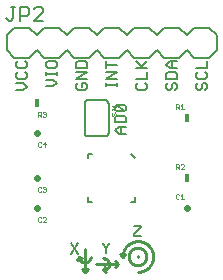
<source format=gbr>
G04 EAGLE Gerber RS-274X export*
G75*
%MOMM*%
%FSLAX34Y34*%
%LPD*%
%INSilkscreen Top*%
%IPPOS*%
%AMOC8*
5,1,8,0,0,1.08239X$1,22.5*%
G01*
%ADD10C,0.254000*%
%ADD11C,0.152400*%
%ADD12C,0.558800*%
%ADD13C,0.025400*%
%ADD14R,0.457200X0.762000*%
%ADD15C,0.203200*%
%ADD16C,0.127000*%


D10*
X94488Y15748D02*
X75438Y15748D01*
X81788Y10668D02*
X81929Y10670D01*
X82070Y10676D01*
X82211Y10686D01*
X82352Y10699D01*
X82492Y10717D01*
X82631Y10739D01*
X82770Y10764D01*
X82909Y10793D01*
X83046Y10826D01*
X83182Y10863D01*
X83317Y10904D01*
X83452Y10948D01*
X83584Y10996D01*
X83716Y11048D01*
X83846Y11103D01*
X83974Y11162D01*
X84101Y11225D01*
X84225Y11291D01*
X84348Y11360D01*
X84469Y11433D01*
X84588Y11509D01*
X84705Y11589D01*
X84819Y11672D01*
X84932Y11757D01*
X85041Y11846D01*
X85149Y11938D01*
X85253Y12033D01*
X85355Y12131D01*
X85454Y12232D01*
X85551Y12335D01*
X85644Y12441D01*
X85734Y12549D01*
X85822Y12660D01*
X85906Y12773D01*
X85987Y12889D01*
X86065Y13007D01*
X86140Y13127D01*
X86211Y13249D01*
X86279Y13373D01*
X86343Y13499D01*
X86404Y13626D01*
X86461Y13755D01*
X86514Y13886D01*
X86564Y14018D01*
X86611Y14151D01*
X86653Y14286D01*
X86692Y14422D01*
X86727Y14559D01*
X86758Y14696D01*
X86785Y14835D01*
X86809Y14974D01*
X86828Y15114D01*
X86844Y15254D01*
X86856Y15395D01*
X86864Y15536D01*
X86868Y15677D01*
X86868Y15819D01*
X86864Y15960D01*
X86856Y16101D01*
X86844Y16242D01*
X86828Y16382D01*
X86809Y16522D01*
X86785Y16661D01*
X86758Y16800D01*
X86727Y16937D01*
X86692Y17074D01*
X86653Y17210D01*
X86611Y17345D01*
X86564Y17478D01*
X86514Y17610D01*
X86461Y17741D01*
X86404Y17870D01*
X86343Y17997D01*
X86279Y18123D01*
X86211Y18247D01*
X86140Y18369D01*
X86065Y18489D01*
X85987Y18607D01*
X85906Y18723D01*
X85822Y18836D01*
X85734Y18947D01*
X85644Y19055D01*
X85551Y19161D01*
X85454Y19264D01*
X85355Y19365D01*
X85253Y19463D01*
X85149Y19558D01*
X85041Y19650D01*
X84932Y19739D01*
X84819Y19824D01*
X84705Y19907D01*
X84588Y19987D01*
X84469Y20063D01*
X84348Y20136D01*
X84225Y20205D01*
X84101Y20271D01*
X83974Y20334D01*
X83846Y20393D01*
X83716Y20448D01*
X83584Y20500D01*
X83452Y20548D01*
X83317Y20592D01*
X83182Y20633D01*
X83046Y20670D01*
X82909Y20703D01*
X82770Y20732D01*
X82631Y20757D01*
X82492Y20779D01*
X82352Y20797D01*
X82211Y20810D01*
X82070Y20820D01*
X81929Y20826D01*
X81788Y20828D01*
X81788Y10668D02*
X84328Y9398D01*
X81788Y10668D02*
X83058Y13208D01*
X91948Y18288D02*
X94488Y15748D01*
X91948Y13208D01*
X66294Y9652D02*
X66294Y28702D01*
X61214Y22352D02*
X61216Y22211D01*
X61222Y22070D01*
X61232Y21929D01*
X61245Y21788D01*
X61263Y21648D01*
X61285Y21509D01*
X61310Y21370D01*
X61339Y21231D01*
X61372Y21094D01*
X61409Y20958D01*
X61450Y20823D01*
X61494Y20688D01*
X61542Y20556D01*
X61594Y20424D01*
X61649Y20294D01*
X61708Y20166D01*
X61771Y20039D01*
X61837Y19915D01*
X61906Y19792D01*
X61979Y19671D01*
X62055Y19552D01*
X62135Y19435D01*
X62218Y19321D01*
X62303Y19208D01*
X62392Y19099D01*
X62484Y18991D01*
X62579Y18887D01*
X62677Y18785D01*
X62778Y18686D01*
X62881Y18589D01*
X62987Y18496D01*
X63095Y18406D01*
X63206Y18318D01*
X63319Y18234D01*
X63435Y18153D01*
X63553Y18075D01*
X63673Y18000D01*
X63795Y17929D01*
X63919Y17861D01*
X64045Y17797D01*
X64172Y17736D01*
X64301Y17679D01*
X64432Y17626D01*
X64564Y17576D01*
X64697Y17529D01*
X64832Y17487D01*
X64968Y17448D01*
X65105Y17413D01*
X65242Y17382D01*
X65381Y17355D01*
X65520Y17331D01*
X65660Y17312D01*
X65800Y17296D01*
X65941Y17284D01*
X66082Y17276D01*
X66223Y17272D01*
X66365Y17272D01*
X66506Y17276D01*
X66647Y17284D01*
X66788Y17296D01*
X66928Y17312D01*
X67068Y17331D01*
X67207Y17355D01*
X67346Y17382D01*
X67483Y17413D01*
X67620Y17448D01*
X67756Y17487D01*
X67891Y17529D01*
X68024Y17576D01*
X68156Y17626D01*
X68287Y17679D01*
X68416Y17736D01*
X68543Y17797D01*
X68669Y17861D01*
X68793Y17929D01*
X68915Y18000D01*
X69035Y18075D01*
X69153Y18153D01*
X69269Y18234D01*
X69382Y18318D01*
X69493Y18406D01*
X69601Y18496D01*
X69707Y18589D01*
X69810Y18686D01*
X69911Y18785D01*
X70009Y18887D01*
X70104Y18991D01*
X70196Y19099D01*
X70285Y19208D01*
X70370Y19321D01*
X70453Y19435D01*
X70533Y19552D01*
X70609Y19671D01*
X70682Y19792D01*
X70751Y19915D01*
X70817Y20039D01*
X70880Y20166D01*
X70939Y20294D01*
X70994Y20424D01*
X71046Y20556D01*
X71094Y20688D01*
X71138Y20823D01*
X71179Y20958D01*
X71216Y21094D01*
X71249Y21231D01*
X71278Y21370D01*
X71303Y21509D01*
X71325Y21648D01*
X71343Y21788D01*
X71356Y21929D01*
X71366Y22070D01*
X71372Y22211D01*
X71374Y22352D01*
X61214Y22352D02*
X59944Y19812D01*
X61214Y22352D02*
X63754Y21082D01*
X68834Y12192D02*
X66294Y9652D01*
X63754Y12192D01*
D11*
X14137Y163196D02*
X8375Y163196D01*
X14137Y163196D02*
X17018Y166078D01*
X14137Y168959D01*
X8375Y168959D01*
X8375Y176873D02*
X9815Y178314D01*
X8375Y176873D02*
X8375Y173992D01*
X9815Y172552D01*
X15577Y172552D01*
X17018Y173992D01*
X17018Y176873D01*
X15577Y178314D01*
X8375Y186229D02*
X9815Y187669D01*
X8375Y186229D02*
X8375Y183347D01*
X9815Y181907D01*
X15577Y181907D01*
X17018Y183347D01*
X17018Y186229D01*
X15577Y187669D01*
X33775Y166315D02*
X39537Y166315D01*
X42418Y169196D01*
X39537Y172077D01*
X33775Y172077D01*
X42418Y175670D02*
X42418Y178551D01*
X42418Y177111D02*
X33775Y177111D01*
X33775Y178551D02*
X33775Y175670D01*
X33775Y183347D02*
X33775Y186228D01*
X33775Y183347D02*
X35215Y181907D01*
X40977Y181907D01*
X42418Y183347D01*
X42418Y186228D01*
X40977Y187669D01*
X35215Y187669D01*
X33775Y186228D01*
X59175Y167518D02*
X60615Y168959D01*
X59175Y167518D02*
X59175Y164637D01*
X60615Y163196D01*
X66377Y163196D01*
X67818Y164637D01*
X67818Y167518D01*
X66377Y168959D01*
X63496Y168959D01*
X63496Y166078D01*
X59175Y172552D02*
X67818Y172552D01*
X67818Y178314D02*
X59175Y172552D01*
X59175Y178314D02*
X67818Y178314D01*
X67818Y181907D02*
X59175Y181907D01*
X67818Y181907D02*
X67818Y186229D01*
X66377Y187669D01*
X60615Y187669D01*
X59175Y186229D01*
X59175Y181907D01*
X93218Y169196D02*
X93218Y166315D01*
X93218Y167755D02*
X84575Y167755D01*
X84575Y166315D02*
X84575Y169196D01*
X84575Y172552D02*
X93218Y172552D01*
X93218Y178314D02*
X84575Y172552D01*
X84575Y178314D02*
X93218Y178314D01*
X93218Y184788D02*
X84575Y184788D01*
X84575Y181907D02*
X84575Y187669D01*
X109975Y167518D02*
X111415Y168959D01*
X109975Y167518D02*
X109975Y164637D01*
X111415Y163196D01*
X117177Y163196D01*
X118618Y164637D01*
X118618Y167518D01*
X117177Y168959D01*
X118618Y172552D02*
X109975Y172552D01*
X118618Y172552D02*
X118618Y178314D01*
X118618Y181907D02*
X109975Y181907D01*
X115737Y181907D02*
X109975Y187669D01*
X114296Y183347D02*
X118618Y187669D01*
X136815Y168959D02*
X135375Y167518D01*
X135375Y164637D01*
X136815Y163196D01*
X138256Y163196D01*
X139696Y164637D01*
X139696Y167518D01*
X141137Y168959D01*
X142577Y168959D01*
X144018Y167518D01*
X144018Y164637D01*
X142577Y163196D01*
X144018Y172552D02*
X135375Y172552D01*
X144018Y172552D02*
X144018Y176873D01*
X142577Y178314D01*
X136815Y178314D01*
X135375Y176873D01*
X135375Y172552D01*
X138256Y181907D02*
X144018Y181907D01*
X138256Y181907D02*
X135375Y184788D01*
X138256Y187669D01*
X144018Y187669D01*
X139696Y187669D02*
X139696Y181907D01*
X160775Y167518D02*
X162215Y168959D01*
X160775Y167518D02*
X160775Y164637D01*
X162215Y163196D01*
X163656Y163196D01*
X165096Y164637D01*
X165096Y167518D01*
X166537Y168959D01*
X167977Y168959D01*
X169418Y167518D01*
X169418Y164637D01*
X167977Y163196D01*
X160775Y176873D02*
X162215Y178314D01*
X160775Y176873D02*
X160775Y173992D01*
X162215Y172552D01*
X167977Y172552D01*
X169418Y173992D01*
X169418Y176873D01*
X167977Y178314D01*
X169418Y181907D02*
X160775Y181907D01*
X169418Y181907D02*
X169418Y187669D01*
X100838Y126492D02*
X95076Y126492D01*
X92195Y129373D01*
X95076Y132254D01*
X100838Y132254D01*
X96516Y132254D02*
X96516Y126492D01*
X92195Y135847D02*
X100838Y135847D01*
X100838Y140169D01*
X99397Y141609D01*
X93635Y141609D01*
X92195Y140169D01*
X92195Y135847D01*
X93635Y145202D02*
X99397Y145202D01*
X93635Y145202D02*
X92195Y146643D01*
X92195Y149524D01*
X93635Y150965D01*
X99397Y150965D01*
X100838Y149524D01*
X100838Y146643D01*
X99397Y145202D01*
X93635Y150965D01*
X81280Y34043D02*
X81280Y32603D01*
X84161Y29722D01*
X87042Y32603D01*
X87042Y34043D01*
X84161Y29722D02*
X84161Y25400D01*
X60118Y24892D02*
X54356Y33535D01*
X60118Y33535D02*
X54356Y24892D01*
X108204Y48521D02*
X113966Y48521D01*
X113966Y47081D01*
X108204Y41319D01*
X108204Y39878D01*
X113966Y39878D01*
D10*
X103593Y22352D02*
X103595Y22534D01*
X103602Y22715D01*
X103613Y22897D01*
X103629Y23078D01*
X103649Y23258D01*
X103673Y23439D01*
X103702Y23618D01*
X103735Y23797D01*
X103773Y23974D01*
X103815Y24151D01*
X103861Y24327D01*
X103912Y24502D01*
X103967Y24675D01*
X104026Y24847D01*
X104089Y25017D01*
X104157Y25186D01*
X104228Y25353D01*
X104304Y25518D01*
X104384Y25681D01*
X104467Y25843D01*
X104555Y26002D01*
X104647Y26159D01*
X104742Y26314D01*
X104841Y26466D01*
X104944Y26616D01*
X105050Y26763D01*
X105160Y26908D01*
X105274Y27050D01*
X105391Y27189D01*
X105511Y27325D01*
X105635Y27458D01*
X105762Y27588D01*
X105892Y27715D01*
X106025Y27839D01*
X106161Y27959D01*
X106300Y28076D01*
X106442Y28190D01*
X106587Y28300D01*
X106734Y28406D01*
X106884Y28509D01*
X107036Y28608D01*
X107191Y28703D01*
X107348Y28795D01*
X107507Y28883D01*
X107669Y28966D01*
X107832Y29046D01*
X107997Y29122D01*
X108164Y29193D01*
X108333Y29261D01*
X108503Y29324D01*
X108675Y29383D01*
X108848Y29438D01*
X109023Y29489D01*
X109199Y29535D01*
X109376Y29577D01*
X109553Y29615D01*
X109732Y29648D01*
X109911Y29677D01*
X110092Y29701D01*
X110272Y29721D01*
X110453Y29737D01*
X110635Y29748D01*
X110816Y29755D01*
X110998Y29757D01*
X111180Y29755D01*
X111361Y29748D01*
X111543Y29737D01*
X111724Y29721D01*
X111904Y29701D01*
X112085Y29677D01*
X112264Y29648D01*
X112443Y29615D01*
X112620Y29577D01*
X112797Y29535D01*
X112973Y29489D01*
X113148Y29438D01*
X113321Y29383D01*
X113493Y29324D01*
X113663Y29261D01*
X113832Y29193D01*
X113999Y29122D01*
X114164Y29046D01*
X114327Y28966D01*
X114489Y28883D01*
X114648Y28795D01*
X114805Y28703D01*
X114960Y28608D01*
X115112Y28509D01*
X115262Y28406D01*
X115409Y28300D01*
X115554Y28190D01*
X115696Y28076D01*
X115835Y27959D01*
X115971Y27839D01*
X116104Y27715D01*
X116234Y27588D01*
X116361Y27458D01*
X116485Y27325D01*
X116605Y27189D01*
X116722Y27050D01*
X116836Y26908D01*
X116946Y26763D01*
X117052Y26616D01*
X117155Y26466D01*
X117254Y26314D01*
X117349Y26159D01*
X117441Y26002D01*
X117529Y25843D01*
X117612Y25681D01*
X117692Y25518D01*
X117768Y25353D01*
X117839Y25186D01*
X117907Y25017D01*
X117970Y24847D01*
X118029Y24675D01*
X118084Y24502D01*
X118135Y24327D01*
X118181Y24151D01*
X118223Y23974D01*
X118261Y23797D01*
X118294Y23618D01*
X118323Y23439D01*
X118347Y23258D01*
X118367Y23078D01*
X118383Y22897D01*
X118394Y22715D01*
X118401Y22534D01*
X118403Y22352D01*
X118401Y22170D01*
X118394Y21989D01*
X118383Y21807D01*
X118367Y21626D01*
X118347Y21446D01*
X118323Y21265D01*
X118294Y21086D01*
X118261Y20907D01*
X118223Y20730D01*
X118181Y20553D01*
X118135Y20377D01*
X118084Y20202D01*
X118029Y20029D01*
X117970Y19857D01*
X117907Y19687D01*
X117839Y19518D01*
X117768Y19351D01*
X117692Y19186D01*
X117612Y19023D01*
X117529Y18861D01*
X117441Y18702D01*
X117349Y18545D01*
X117254Y18390D01*
X117155Y18238D01*
X117052Y18088D01*
X116946Y17941D01*
X116836Y17796D01*
X116722Y17654D01*
X116605Y17515D01*
X116485Y17379D01*
X116361Y17246D01*
X116234Y17116D01*
X116104Y16989D01*
X115971Y16865D01*
X115835Y16745D01*
X115696Y16628D01*
X115554Y16514D01*
X115409Y16404D01*
X115262Y16298D01*
X115112Y16195D01*
X114960Y16096D01*
X114805Y16001D01*
X114648Y15909D01*
X114489Y15821D01*
X114327Y15738D01*
X114164Y15658D01*
X113999Y15582D01*
X113832Y15511D01*
X113663Y15443D01*
X113493Y15380D01*
X113321Y15321D01*
X113148Y15266D01*
X112973Y15215D01*
X112797Y15169D01*
X112620Y15127D01*
X112443Y15089D01*
X112264Y15056D01*
X112085Y15027D01*
X111904Y15003D01*
X111724Y14983D01*
X111543Y14967D01*
X111361Y14956D01*
X111180Y14949D01*
X110998Y14947D01*
X110816Y14949D01*
X110635Y14956D01*
X110453Y14967D01*
X110272Y14983D01*
X110092Y15003D01*
X109911Y15027D01*
X109732Y15056D01*
X109553Y15089D01*
X109376Y15127D01*
X109199Y15169D01*
X109023Y15215D01*
X108848Y15266D01*
X108675Y15321D01*
X108503Y15380D01*
X108333Y15443D01*
X108164Y15511D01*
X107997Y15582D01*
X107832Y15658D01*
X107669Y15738D01*
X107507Y15821D01*
X107348Y15909D01*
X107191Y16001D01*
X107036Y16096D01*
X106884Y16195D01*
X106734Y16298D01*
X106587Y16404D01*
X106442Y16514D01*
X106300Y16628D01*
X106161Y16745D01*
X106025Y16865D01*
X105892Y16989D01*
X105762Y17116D01*
X105635Y17246D01*
X105511Y17379D01*
X105391Y17515D01*
X105274Y17654D01*
X105160Y17796D01*
X105050Y17941D01*
X104944Y18088D01*
X104841Y18238D01*
X104742Y18390D01*
X104647Y18545D01*
X104555Y18702D01*
X104467Y18861D01*
X104384Y19023D01*
X104304Y19186D01*
X104228Y19351D01*
X104157Y19518D01*
X104089Y19687D01*
X104026Y19857D01*
X103967Y20029D01*
X103912Y20202D01*
X103861Y20377D01*
X103815Y20553D01*
X103773Y20730D01*
X103735Y20907D01*
X103702Y21086D01*
X103673Y21265D01*
X103649Y21446D01*
X103629Y21626D01*
X103613Y21807D01*
X103602Y21989D01*
X103595Y22170D01*
X103593Y22352D01*
X98297Y22098D02*
X98295Y22415D01*
X98301Y22733D01*
X98314Y23050D01*
X98335Y23366D01*
X98363Y23682D01*
X98400Y23998D01*
X98444Y24312D01*
X98496Y24625D01*
X98555Y24937D01*
X98623Y25247D01*
X98697Y25555D01*
X98779Y25862D01*
X98869Y26166D01*
X98966Y26468D01*
X99071Y26768D01*
X99183Y27065D01*
X99302Y27359D01*
X99428Y27650D01*
X99561Y27938D01*
X99701Y28223D01*
X99849Y28504D01*
X100003Y28781D01*
X100164Y29055D01*
X100331Y29325D01*
X100505Y29590D01*
X100686Y29851D01*
X100872Y30108D01*
X101065Y30359D01*
X101265Y30606D01*
X101470Y30849D01*
X101681Y31086D01*
X101898Y31317D01*
X102120Y31544D01*
X102348Y31765D01*
X102581Y31980D01*
X102819Y32189D01*
X103063Y32393D01*
X103311Y32591D01*
X103564Y32782D01*
X103822Y32967D01*
X104084Y33146D01*
X104351Y33318D01*
X104621Y33484D01*
X104896Y33643D01*
X105174Y33795D01*
X105456Y33941D01*
X105742Y34079D01*
X106031Y34210D01*
X106323Y34335D01*
X106618Y34452D01*
X106916Y34562D01*
X107216Y34664D01*
X107519Y34759D01*
X107824Y34847D01*
X108131Y34927D01*
X108440Y35000D01*
X108750Y35065D01*
X109062Y35123D01*
X109376Y35172D01*
X109690Y35215D01*
X110006Y35249D01*
X110322Y35276D01*
X110639Y35294D01*
X110956Y35306D01*
X111273Y35309D01*
X111590Y35305D01*
X111908Y35292D01*
X112224Y35272D01*
X112540Y35245D01*
X112856Y35209D01*
X113170Y35166D01*
X113483Y35115D01*
X113795Y35057D01*
X114106Y34991D01*
X114414Y34917D01*
X114721Y34836D01*
X115026Y34747D01*
X115328Y34651D01*
X115628Y34548D01*
X115926Y34437D01*
X116220Y34319D01*
X116512Y34193D01*
X116800Y34061D01*
X117085Y33922D01*
X117367Y33775D01*
X117645Y33622D01*
X117919Y33462D01*
X118189Y33296D01*
X118455Y33122D01*
X118717Y32943D01*
X118974Y32757D01*
X119226Y32565D01*
X119474Y32366D01*
X119717Y32162D01*
X119954Y31952D01*
X120187Y31736D01*
X120414Y31514D01*
X120636Y31287D01*
X120852Y31054D01*
X121062Y30817D01*
X121266Y30574D01*
X121465Y30326D01*
X121657Y30074D01*
X121843Y29817D01*
X122022Y29555D01*
X122196Y29289D01*
X122362Y29019D01*
X122522Y28745D01*
X122675Y28467D01*
X122822Y28185D01*
X122961Y27900D01*
X123093Y27612D01*
X123219Y27320D01*
X123337Y27026D01*
X123448Y26728D01*
X123551Y26428D01*
X123647Y26126D01*
X123736Y25821D01*
X123817Y25514D01*
X123891Y25206D01*
X123957Y24895D01*
X124015Y24583D01*
X124066Y24270D01*
X124109Y23956D01*
X124145Y23640D01*
X124172Y23324D01*
X124192Y23008D01*
X124205Y22690D01*
X124209Y22373D01*
X124206Y22056D01*
X124194Y21739D01*
X124176Y21422D01*
X124149Y21106D01*
X124115Y20790D01*
X124072Y20476D01*
X124023Y20162D01*
X123965Y19850D01*
X123900Y19540D01*
X123827Y19231D01*
X123747Y18924D01*
X123659Y18619D01*
X123564Y18316D01*
X123462Y18016D01*
X123352Y17718D01*
X123235Y17423D01*
X123110Y17131D01*
X122979Y16842D01*
X122841Y16556D01*
X122695Y16274D01*
X122543Y15996D01*
X122384Y15721D01*
X122218Y15451D01*
X122046Y15184D01*
X121867Y14922D01*
X121682Y14664D01*
X121491Y14411D01*
X121293Y14163D01*
X121089Y13919D01*
X120880Y13681D01*
X120665Y13448D01*
X120444Y13220D01*
X120217Y12998D01*
X119986Y12781D01*
X119749Y12570D01*
X119506Y12365D01*
X119259Y12165D01*
X119008Y11972D01*
X118751Y11786D01*
X118490Y11605D01*
X118225Y11431D01*
X117955Y11264D01*
X117681Y11103D01*
X117404Y10949D01*
X117123Y10801D01*
X116838Y10661D01*
X116550Y10528D01*
X116259Y10402D01*
X115965Y10283D01*
X115668Y10171D01*
X115368Y10066D01*
X115066Y9969D01*
X114762Y9879D01*
X114455Y9797D01*
X114147Y9723D01*
X113837Y9655D01*
X113525Y9596D01*
X113212Y9544D01*
X112898Y9500D01*
X112582Y9463D01*
X112266Y9435D01*
X111950Y9414D01*
X111633Y9401D01*
X111315Y9395D01*
X110998Y9397D01*
X110998Y22352D02*
X110998Y22606D01*
X111252Y22860D01*
X98298Y22606D02*
X97790Y22606D01*
X95758Y24638D01*
X98044Y22098D02*
X98552Y22098D01*
X100584Y24130D01*
D12*
X152400Y63195D02*
X152400Y63805D01*
D13*
X146179Y74425D02*
X145544Y75060D01*
X144273Y75060D01*
X143637Y74425D01*
X143637Y71883D01*
X144273Y71247D01*
X145544Y71247D01*
X146179Y71883D01*
X147379Y73789D02*
X148650Y75060D01*
X148650Y71247D01*
X147379Y71247D02*
X149921Y71247D01*
D12*
X25400Y63805D02*
X25400Y63195D01*
D13*
X28839Y55756D02*
X29475Y55121D01*
X28839Y55756D02*
X27568Y55756D01*
X26933Y55121D01*
X26933Y52579D01*
X27568Y51943D01*
X28839Y51943D01*
X29475Y52579D01*
X30675Y51943D02*
X33217Y51943D01*
X30675Y51943D02*
X33217Y54485D01*
X33217Y55121D01*
X32582Y55756D01*
X31310Y55756D01*
X30675Y55121D01*
D12*
X25400Y88595D02*
X25400Y89205D01*
D13*
X28839Y81156D02*
X29475Y80521D01*
X28839Y81156D02*
X27568Y81156D01*
X26933Y80521D01*
X26933Y77979D01*
X27568Y77343D01*
X28839Y77343D01*
X29475Y77979D01*
X30675Y80521D02*
X31310Y81156D01*
X32582Y81156D01*
X33217Y80521D01*
X33217Y79885D01*
X32582Y79250D01*
X31946Y79250D01*
X32582Y79250D02*
X33217Y78614D01*
X33217Y77979D01*
X32582Y77343D01*
X31310Y77343D01*
X30675Y77979D01*
D12*
X25400Y126695D02*
X25400Y127305D01*
D13*
X28839Y119256D02*
X29475Y118621D01*
X28839Y119256D02*
X27568Y119256D01*
X26933Y118621D01*
X26933Y116079D01*
X27568Y115443D01*
X28839Y115443D01*
X29475Y116079D01*
X32582Y115443D02*
X32582Y119256D01*
X30675Y117350D01*
X33217Y117350D01*
D14*
X152400Y139700D03*
D13*
X143637Y147447D02*
X143637Y151260D01*
X145544Y151260D01*
X146179Y150625D01*
X146179Y149354D01*
X145544Y148718D01*
X143637Y148718D01*
X144908Y148718D02*
X146179Y147447D01*
X147379Y149989D02*
X148650Y151260D01*
X148650Y147447D01*
X147379Y147447D02*
X149921Y147447D01*
D14*
X152400Y88900D03*
D13*
X143637Y96647D02*
X143637Y100460D01*
X145544Y100460D01*
X146179Y99825D01*
X146179Y98554D01*
X145544Y97918D01*
X143637Y97918D01*
X144908Y97918D02*
X146179Y96647D01*
X147379Y96647D02*
X149921Y96647D01*
X147379Y96647D02*
X149921Y99189D01*
X149921Y99825D01*
X149286Y100460D01*
X148015Y100460D01*
X147379Y99825D01*
D15*
X158750Y215900D02*
X171450Y215900D01*
X177800Y209550D01*
X177800Y196850D02*
X171450Y190500D01*
X133350Y215900D02*
X127000Y209550D01*
X133350Y215900D02*
X146050Y215900D01*
X152400Y209550D01*
X152400Y196850D02*
X146050Y190500D01*
X133350Y190500D01*
X127000Y196850D01*
X152400Y209550D02*
X158750Y215900D01*
X152400Y196850D02*
X158750Y190500D01*
X171450Y190500D01*
X95250Y215900D02*
X82550Y215900D01*
X95250Y215900D02*
X101600Y209550D01*
X101600Y196850D02*
X95250Y190500D01*
X101600Y209550D02*
X107950Y215900D01*
X120650Y215900D01*
X127000Y209550D01*
X127000Y196850D02*
X120650Y190500D01*
X107950Y190500D01*
X101600Y196850D01*
X57150Y215900D02*
X50800Y209550D01*
X57150Y215900D02*
X69850Y215900D01*
X76200Y209550D01*
X76200Y196850D02*
X69850Y190500D01*
X57150Y190500D01*
X50800Y196850D01*
X76200Y209550D02*
X82550Y215900D01*
X76200Y196850D02*
X82550Y190500D01*
X95250Y190500D01*
X19050Y215900D02*
X6350Y215900D01*
X19050Y215900D02*
X25400Y209550D01*
X25400Y196850D02*
X19050Y190500D01*
X25400Y209550D02*
X31750Y215900D01*
X44450Y215900D01*
X50800Y209550D01*
X50800Y196850D02*
X44450Y190500D01*
X31750Y190500D01*
X25400Y196850D01*
X0Y196850D02*
X0Y209550D01*
X6350Y215900D01*
X0Y196850D02*
X6350Y190500D01*
X19050Y190500D01*
X177800Y196850D02*
X177800Y209550D01*
D16*
X1780Y222123D02*
X-127Y224030D01*
X1780Y222123D02*
X3686Y222123D01*
X5593Y224030D01*
X5593Y233563D01*
X3686Y233563D02*
X7500Y233563D01*
X11567Y233563D02*
X11567Y222123D01*
X11567Y233563D02*
X17287Y233563D01*
X19193Y231656D01*
X19193Y227843D01*
X17287Y225936D01*
X11567Y225936D01*
X23261Y222123D02*
X30887Y222123D01*
X23261Y222123D02*
X30887Y229750D01*
X30887Y231656D01*
X28981Y233563D01*
X25168Y233563D01*
X23261Y231656D01*
D11*
X66040Y152400D02*
X66040Y127000D01*
X83820Y124460D02*
X83920Y124462D01*
X84019Y124468D01*
X84119Y124478D01*
X84217Y124491D01*
X84316Y124509D01*
X84413Y124530D01*
X84509Y124555D01*
X84605Y124584D01*
X84699Y124617D01*
X84792Y124653D01*
X84883Y124693D01*
X84973Y124737D01*
X85061Y124784D01*
X85147Y124834D01*
X85231Y124888D01*
X85313Y124945D01*
X85392Y125005D01*
X85470Y125069D01*
X85544Y125135D01*
X85616Y125204D01*
X85685Y125276D01*
X85751Y125350D01*
X85815Y125428D01*
X85875Y125507D01*
X85932Y125589D01*
X85986Y125673D01*
X86036Y125759D01*
X86083Y125847D01*
X86127Y125937D01*
X86167Y126028D01*
X86203Y126121D01*
X86236Y126215D01*
X86265Y126311D01*
X86290Y126407D01*
X86311Y126504D01*
X86329Y126603D01*
X86342Y126701D01*
X86352Y126801D01*
X86358Y126900D01*
X86360Y127000D01*
X86360Y152400D02*
X86358Y152500D01*
X86352Y152599D01*
X86342Y152699D01*
X86329Y152797D01*
X86311Y152896D01*
X86290Y152993D01*
X86265Y153089D01*
X86236Y153185D01*
X86203Y153279D01*
X86167Y153372D01*
X86127Y153463D01*
X86083Y153553D01*
X86036Y153641D01*
X85986Y153727D01*
X85932Y153811D01*
X85875Y153893D01*
X85815Y153972D01*
X85751Y154050D01*
X85685Y154124D01*
X85616Y154196D01*
X85544Y154265D01*
X85470Y154331D01*
X85392Y154395D01*
X85313Y154455D01*
X85231Y154512D01*
X85147Y154566D01*
X85061Y154616D01*
X84973Y154663D01*
X84883Y154707D01*
X84792Y154747D01*
X84699Y154783D01*
X84605Y154816D01*
X84509Y154845D01*
X84413Y154870D01*
X84316Y154891D01*
X84217Y154909D01*
X84119Y154922D01*
X84019Y154932D01*
X83920Y154938D01*
X83820Y154940D01*
X68580Y154940D02*
X68480Y154938D01*
X68381Y154932D01*
X68281Y154922D01*
X68183Y154909D01*
X68084Y154891D01*
X67987Y154870D01*
X67891Y154845D01*
X67795Y154816D01*
X67701Y154783D01*
X67608Y154747D01*
X67517Y154707D01*
X67427Y154663D01*
X67339Y154616D01*
X67253Y154566D01*
X67169Y154512D01*
X67087Y154455D01*
X67008Y154395D01*
X66930Y154331D01*
X66856Y154265D01*
X66784Y154196D01*
X66715Y154124D01*
X66649Y154050D01*
X66585Y153972D01*
X66525Y153893D01*
X66468Y153811D01*
X66414Y153727D01*
X66364Y153641D01*
X66317Y153553D01*
X66273Y153463D01*
X66233Y153372D01*
X66197Y153279D01*
X66164Y153185D01*
X66135Y153089D01*
X66110Y152993D01*
X66089Y152896D01*
X66071Y152797D01*
X66058Y152699D01*
X66048Y152599D01*
X66042Y152500D01*
X66040Y152400D01*
X66040Y127000D02*
X66042Y126900D01*
X66048Y126801D01*
X66058Y126701D01*
X66071Y126603D01*
X66089Y126504D01*
X66110Y126407D01*
X66135Y126311D01*
X66164Y126215D01*
X66197Y126121D01*
X66233Y126028D01*
X66273Y125937D01*
X66317Y125847D01*
X66364Y125759D01*
X66414Y125673D01*
X66468Y125589D01*
X66525Y125507D01*
X66585Y125428D01*
X66649Y125350D01*
X66715Y125276D01*
X66784Y125204D01*
X66856Y125135D01*
X66930Y125069D01*
X67008Y125005D01*
X67087Y124945D01*
X67169Y124888D01*
X67253Y124834D01*
X67339Y124784D01*
X67427Y124737D01*
X67517Y124693D01*
X67608Y124653D01*
X67701Y124617D01*
X67795Y124584D01*
X67891Y124555D01*
X67987Y124530D01*
X68084Y124509D01*
X68183Y124491D01*
X68281Y124478D01*
X68381Y124468D01*
X68480Y124462D01*
X68580Y124460D01*
X83820Y124460D01*
X83820Y154940D02*
X68580Y154940D01*
X86360Y152400D02*
X86360Y127000D01*
D13*
X89024Y143207D02*
X89659Y143843D01*
X89024Y143207D02*
X89024Y141936D01*
X89659Y141301D01*
X90295Y141301D01*
X90930Y141936D01*
X90930Y143207D01*
X91566Y143843D01*
X92201Y143843D01*
X92837Y143207D01*
X92837Y141936D01*
X92201Y141301D01*
X92201Y145043D02*
X92837Y145678D01*
X92837Y146314D01*
X92201Y146949D01*
X89024Y146949D01*
X89024Y146314D02*
X89024Y147585D01*
X90295Y148785D02*
X89024Y150056D01*
X92837Y150056D01*
X92837Y148785D02*
X92837Y151327D01*
D15*
X68900Y72400D02*
X68900Y68900D01*
X72400Y68900D01*
X68900Y105400D02*
X68900Y108900D01*
X72400Y108900D01*
X105400Y68900D02*
X108900Y68900D01*
X108900Y72400D01*
X108900Y105400D02*
X105400Y108900D01*
D14*
X25400Y152400D03*
D13*
X26933Y144656D02*
X26933Y140843D01*
X26933Y144656D02*
X28839Y144656D01*
X29475Y144021D01*
X29475Y142750D01*
X28839Y142114D01*
X26933Y142114D01*
X28204Y142114D02*
X29475Y140843D01*
X30675Y144021D02*
X31310Y144656D01*
X32582Y144656D01*
X33217Y144021D01*
X33217Y143385D01*
X32582Y142750D01*
X31946Y142750D01*
X32582Y142750D02*
X33217Y142114D01*
X33217Y141479D01*
X32582Y140843D01*
X31310Y140843D01*
X30675Y141479D01*
M02*

</source>
